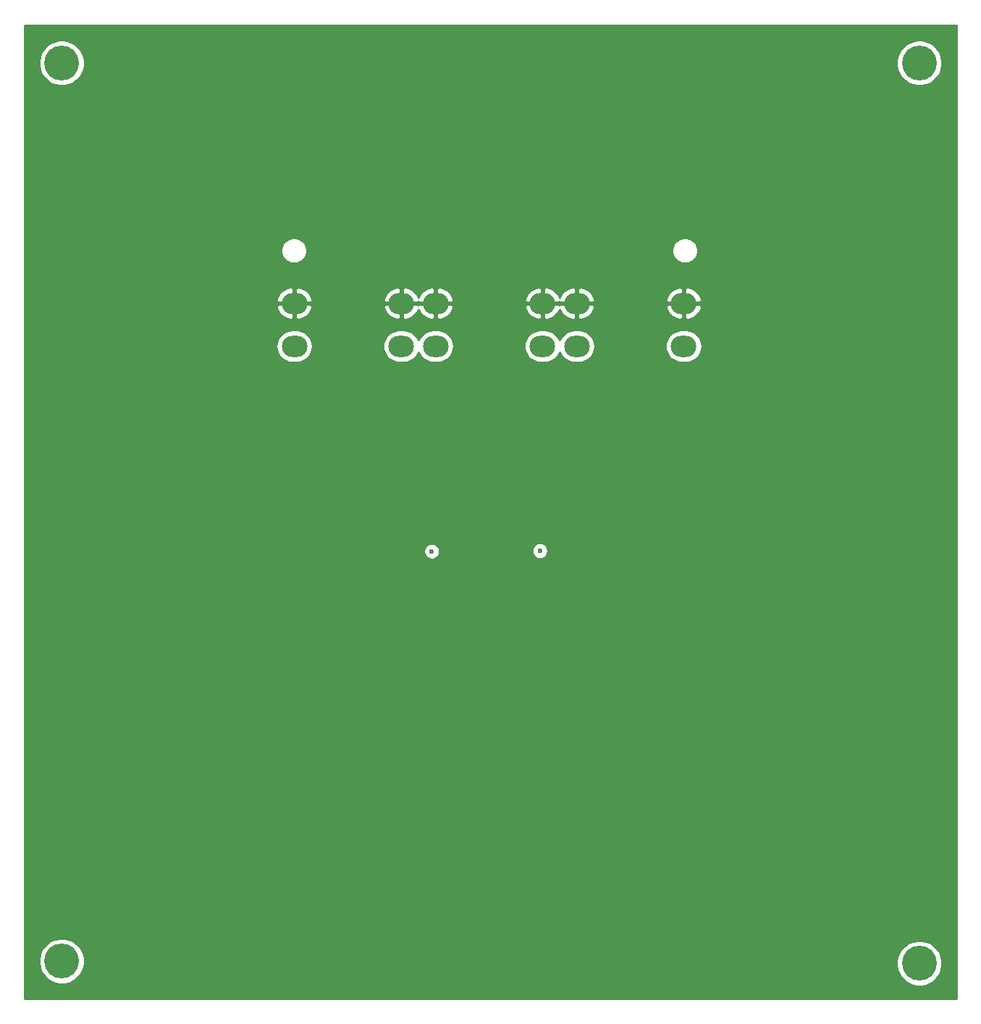
<source format=gbr>
%TF.GenerationSoftware,KiCad,Pcbnew,(5.1.9)-1*%
%TF.CreationDate,2025-05-03T12:54:25-07:00*%
%TF.ProjectId,RADA3K,52414441-334b-42e6-9b69-6361645f7063,rev?*%
%TF.SameCoordinates,Original*%
%TF.FileFunction,Copper,L3,Inr*%
%TF.FilePolarity,Positive*%
%FSLAX46Y46*%
G04 Gerber Fmt 4.6, Leading zero omitted, Abs format (unit mm)*
G04 Created by KiCad (PCBNEW (5.1.9)-1) date 2025-05-03 12:54:25*
%MOMM*%
%LPD*%
G01*
G04 APERTURE LIST*
%TA.AperFunction,ComponentPad*%
%ADD10O,3.000000X2.500000*%
%TD*%
%TA.AperFunction,ComponentPad*%
%ADD11C,4.064000*%
%TD*%
%TA.AperFunction,ViaPad*%
%ADD12C,0.600000*%
%TD*%
%TA.AperFunction,Conductor*%
%ADD13C,0.254000*%
%TD*%
%TA.AperFunction,Conductor*%
%ADD14C,0.100000*%
%TD*%
G04 APERTURE END LIST*
D10*
%TO.N,GND*%
%TO.C,SW3*%
X109505000Y-58400000D03*
%TO.N,/GPIO_1_1*%
X109505000Y-63400000D03*
%TO.N,GND*%
X97005000Y-58400000D03*
%TO.N,/GPIO_1_1*%
X97005000Y-63400000D03*
%TD*%
%TO.N,GND*%
%TO.C,SW1*%
X76485000Y-58400000D03*
%TO.N,/FPGA__RST*%
X76485000Y-63400000D03*
%TO.N,GND*%
X63985000Y-58400000D03*
%TO.N,/FPGA__RST*%
X63985000Y-63400000D03*
%TD*%
%TO.N,GND*%
%TO.C,SW2*%
X92995000Y-58400000D03*
%TO.N,/GPIO_1_3*%
X92995000Y-63400000D03*
%TO.N,GND*%
X80495000Y-58400000D03*
%TO.N,/GPIO_1_3*%
X80495000Y-63400000D03*
%TD*%
D11*
%TO.N,N/C*%
%TO.C,GND*%
X36791900Y-135242300D03*
%TD*%
%TO.N,N/C*%
%TO.C,GND*%
X137063972Y-135496300D03*
%TD*%
%TO.N,N/C*%
%TO.C,GND*%
X36791900Y-30314900D03*
%TD*%
%TO.N,N/C*%
%TO.C,GND*%
X137063972Y-30314900D03*
%TD*%
D12*
%TO.N,GND*%
X86350000Y-87350000D03*
%TO.N,Net-(D1-Pad2)*%
X80050000Y-87350000D03*
%TO.N,Net-(D2-Pad2)*%
X92700000Y-87300000D03*
%TD*%
D13*
%TO.N,GND*%
X141433972Y-139612300D02*
X32421900Y-139612300D01*
X32421900Y-134979623D01*
X34124900Y-134979623D01*
X34124900Y-135504977D01*
X34227392Y-136020235D01*
X34428436Y-136505598D01*
X34720306Y-136942413D01*
X35091787Y-137313894D01*
X35528602Y-137605764D01*
X36013965Y-137806808D01*
X36529223Y-137909300D01*
X37054577Y-137909300D01*
X37569835Y-137806808D01*
X38055198Y-137605764D01*
X38492013Y-137313894D01*
X38863494Y-136942413D01*
X39155364Y-136505598D01*
X39356408Y-136020235D01*
X39458900Y-135504977D01*
X39458900Y-135233623D01*
X134396972Y-135233623D01*
X134396972Y-135758977D01*
X134499464Y-136274235D01*
X134700508Y-136759598D01*
X134992378Y-137196413D01*
X135363859Y-137567894D01*
X135800674Y-137859764D01*
X136286037Y-138060808D01*
X136801295Y-138163300D01*
X137326649Y-138163300D01*
X137841907Y-138060808D01*
X138327270Y-137859764D01*
X138764085Y-137567894D01*
X139135566Y-137196413D01*
X139427436Y-136759598D01*
X139628480Y-136274235D01*
X139730972Y-135758977D01*
X139730972Y-135233623D01*
X139628480Y-134718365D01*
X139427436Y-134233002D01*
X139135566Y-133796187D01*
X138764085Y-133424706D01*
X138327270Y-133132836D01*
X137841907Y-132931792D01*
X137326649Y-132829300D01*
X136801295Y-132829300D01*
X136286037Y-132931792D01*
X135800674Y-133132836D01*
X135363859Y-133424706D01*
X134992378Y-133796187D01*
X134700508Y-134233002D01*
X134499464Y-134718365D01*
X134396972Y-135233623D01*
X39458900Y-135233623D01*
X39458900Y-134979623D01*
X39356408Y-134464365D01*
X39155364Y-133979002D01*
X38863494Y-133542187D01*
X38492013Y-133170706D01*
X38055198Y-132878836D01*
X37569835Y-132677792D01*
X37054577Y-132575300D01*
X36529223Y-132575300D01*
X36013965Y-132677792D01*
X35528602Y-132878836D01*
X35091787Y-133170706D01*
X34720306Y-133542187D01*
X34428436Y-133979002D01*
X34227392Y-134464365D01*
X34124900Y-134979623D01*
X32421900Y-134979623D01*
X32421900Y-87257911D01*
X79115000Y-87257911D01*
X79115000Y-87442089D01*
X79150932Y-87622729D01*
X79221414Y-87792889D01*
X79323738Y-87946028D01*
X79453972Y-88076262D01*
X79607111Y-88178586D01*
X79777271Y-88249068D01*
X79957911Y-88285000D01*
X80142089Y-88285000D01*
X80322729Y-88249068D01*
X80492889Y-88178586D01*
X80646028Y-88076262D01*
X80776262Y-87946028D01*
X80878586Y-87792889D01*
X80949068Y-87622729D01*
X80985000Y-87442089D01*
X80985000Y-87257911D01*
X80975055Y-87207911D01*
X91765000Y-87207911D01*
X91765000Y-87392089D01*
X91800932Y-87572729D01*
X91871414Y-87742889D01*
X91973738Y-87896028D01*
X92103972Y-88026262D01*
X92257111Y-88128586D01*
X92427271Y-88199068D01*
X92607911Y-88235000D01*
X92792089Y-88235000D01*
X92972729Y-88199068D01*
X93142889Y-88128586D01*
X93296028Y-88026262D01*
X93426262Y-87896028D01*
X93528586Y-87742889D01*
X93599068Y-87572729D01*
X93635000Y-87392089D01*
X93635000Y-87207911D01*
X93599068Y-87027271D01*
X93528586Y-86857111D01*
X93426262Y-86703972D01*
X93296028Y-86573738D01*
X93142889Y-86471414D01*
X92972729Y-86400932D01*
X92792089Y-86365000D01*
X92607911Y-86365000D01*
X92427271Y-86400932D01*
X92257111Y-86471414D01*
X92103972Y-86573738D01*
X91973738Y-86703972D01*
X91871414Y-86857111D01*
X91800932Y-87027271D01*
X91765000Y-87207911D01*
X80975055Y-87207911D01*
X80949068Y-87077271D01*
X80878586Y-86907111D01*
X80776262Y-86753972D01*
X80646028Y-86623738D01*
X80492889Y-86521414D01*
X80322729Y-86450932D01*
X80142089Y-86415000D01*
X79957911Y-86415000D01*
X79777271Y-86450932D01*
X79607111Y-86521414D01*
X79453972Y-86623738D01*
X79323738Y-86753972D01*
X79221414Y-86907111D01*
X79150932Y-87077271D01*
X79115000Y-87257911D01*
X32421900Y-87257911D01*
X32421900Y-63400000D01*
X61840880Y-63400000D01*
X61877275Y-63769524D01*
X61985061Y-64124848D01*
X62160097Y-64452317D01*
X62395655Y-64739345D01*
X62682683Y-64974903D01*
X63010152Y-65149939D01*
X63365476Y-65257725D01*
X63642403Y-65285000D01*
X64327597Y-65285000D01*
X64604524Y-65257725D01*
X64959848Y-65149939D01*
X65287317Y-64974903D01*
X65574345Y-64739345D01*
X65809903Y-64452317D01*
X65984939Y-64124848D01*
X66092725Y-63769524D01*
X66129120Y-63400000D01*
X74340880Y-63400000D01*
X74377275Y-63769524D01*
X74485061Y-64124848D01*
X74660097Y-64452317D01*
X74895655Y-64739345D01*
X75182683Y-64974903D01*
X75510152Y-65149939D01*
X75865476Y-65257725D01*
X76142403Y-65285000D01*
X76827597Y-65285000D01*
X77104524Y-65257725D01*
X77459848Y-65149939D01*
X77787317Y-64974903D01*
X78074345Y-64739345D01*
X78309903Y-64452317D01*
X78484939Y-64124848D01*
X78490000Y-64108164D01*
X78495061Y-64124848D01*
X78670097Y-64452317D01*
X78905655Y-64739345D01*
X79192683Y-64974903D01*
X79520152Y-65149939D01*
X79875476Y-65257725D01*
X80152403Y-65285000D01*
X80837597Y-65285000D01*
X81114524Y-65257725D01*
X81469848Y-65149939D01*
X81797317Y-64974903D01*
X82084345Y-64739345D01*
X82319903Y-64452317D01*
X82494939Y-64124848D01*
X82602725Y-63769524D01*
X82639120Y-63400000D01*
X90850880Y-63400000D01*
X90887275Y-63769524D01*
X90995061Y-64124848D01*
X91170097Y-64452317D01*
X91405655Y-64739345D01*
X91692683Y-64974903D01*
X92020152Y-65149939D01*
X92375476Y-65257725D01*
X92652403Y-65285000D01*
X93337597Y-65285000D01*
X93614524Y-65257725D01*
X93969848Y-65149939D01*
X94297317Y-64974903D01*
X94584345Y-64739345D01*
X94819903Y-64452317D01*
X94994939Y-64124848D01*
X95000000Y-64108164D01*
X95005061Y-64124848D01*
X95180097Y-64452317D01*
X95415655Y-64739345D01*
X95702683Y-64974903D01*
X96030152Y-65149939D01*
X96385476Y-65257725D01*
X96662403Y-65285000D01*
X97347597Y-65285000D01*
X97624524Y-65257725D01*
X97979848Y-65149939D01*
X98307317Y-64974903D01*
X98594345Y-64739345D01*
X98829903Y-64452317D01*
X99004939Y-64124848D01*
X99112725Y-63769524D01*
X99149120Y-63400000D01*
X107360880Y-63400000D01*
X107397275Y-63769524D01*
X107505061Y-64124848D01*
X107680097Y-64452317D01*
X107915655Y-64739345D01*
X108202683Y-64974903D01*
X108530152Y-65149939D01*
X108885476Y-65257725D01*
X109162403Y-65285000D01*
X109847597Y-65285000D01*
X110124524Y-65257725D01*
X110479848Y-65149939D01*
X110807317Y-64974903D01*
X111094345Y-64739345D01*
X111329903Y-64452317D01*
X111504939Y-64124848D01*
X111612725Y-63769524D01*
X111649120Y-63400000D01*
X111612725Y-63030476D01*
X111504939Y-62675152D01*
X111329903Y-62347683D01*
X111094345Y-62060655D01*
X110807317Y-61825097D01*
X110479848Y-61650061D01*
X110124524Y-61542275D01*
X109847597Y-61515000D01*
X109162403Y-61515000D01*
X108885476Y-61542275D01*
X108530152Y-61650061D01*
X108202683Y-61825097D01*
X107915655Y-62060655D01*
X107680097Y-62347683D01*
X107505061Y-62675152D01*
X107397275Y-63030476D01*
X107360880Y-63400000D01*
X99149120Y-63400000D01*
X99112725Y-63030476D01*
X99004939Y-62675152D01*
X98829903Y-62347683D01*
X98594345Y-62060655D01*
X98307317Y-61825097D01*
X97979848Y-61650061D01*
X97624524Y-61542275D01*
X97347597Y-61515000D01*
X96662403Y-61515000D01*
X96385476Y-61542275D01*
X96030152Y-61650061D01*
X95702683Y-61825097D01*
X95415655Y-62060655D01*
X95180097Y-62347683D01*
X95005061Y-62675152D01*
X95000000Y-62691836D01*
X94994939Y-62675152D01*
X94819903Y-62347683D01*
X94584345Y-62060655D01*
X94297317Y-61825097D01*
X93969848Y-61650061D01*
X93614524Y-61542275D01*
X93337597Y-61515000D01*
X92652403Y-61515000D01*
X92375476Y-61542275D01*
X92020152Y-61650061D01*
X91692683Y-61825097D01*
X91405655Y-62060655D01*
X91170097Y-62347683D01*
X90995061Y-62675152D01*
X90887275Y-63030476D01*
X90850880Y-63400000D01*
X82639120Y-63400000D01*
X82602725Y-63030476D01*
X82494939Y-62675152D01*
X82319903Y-62347683D01*
X82084345Y-62060655D01*
X81797317Y-61825097D01*
X81469848Y-61650061D01*
X81114524Y-61542275D01*
X80837597Y-61515000D01*
X80152403Y-61515000D01*
X79875476Y-61542275D01*
X79520152Y-61650061D01*
X79192683Y-61825097D01*
X78905655Y-62060655D01*
X78670097Y-62347683D01*
X78495061Y-62675152D01*
X78490000Y-62691836D01*
X78484939Y-62675152D01*
X78309903Y-62347683D01*
X78074345Y-62060655D01*
X77787317Y-61825097D01*
X77459848Y-61650061D01*
X77104524Y-61542275D01*
X76827597Y-61515000D01*
X76142403Y-61515000D01*
X75865476Y-61542275D01*
X75510152Y-61650061D01*
X75182683Y-61825097D01*
X74895655Y-62060655D01*
X74660097Y-62347683D01*
X74485061Y-62675152D01*
X74377275Y-63030476D01*
X74340880Y-63400000D01*
X66129120Y-63400000D01*
X66092725Y-63030476D01*
X65984939Y-62675152D01*
X65809903Y-62347683D01*
X65574345Y-62060655D01*
X65287317Y-61825097D01*
X64959848Y-61650061D01*
X64604524Y-61542275D01*
X64327597Y-61515000D01*
X63642403Y-61515000D01*
X63365476Y-61542275D01*
X63010152Y-61650061D01*
X62682683Y-61825097D01*
X62395655Y-62060655D01*
X62160097Y-62347683D01*
X61985061Y-62675152D01*
X61877275Y-63030476D01*
X61840880Y-63400000D01*
X32421900Y-63400000D01*
X32421900Y-58819645D01*
X61897305Y-58819645D01*
X61926777Y-58960611D01*
X62070891Y-59302606D01*
X62278956Y-59609914D01*
X62542976Y-59870726D01*
X62852805Y-60075019D01*
X63196536Y-60214942D01*
X63560960Y-60285118D01*
X63858000Y-60130385D01*
X63858000Y-58527000D01*
X64112000Y-58527000D01*
X64112000Y-60130385D01*
X64409040Y-60285118D01*
X64773464Y-60214942D01*
X65117195Y-60075019D01*
X65427024Y-59870726D01*
X65691044Y-59609914D01*
X65899109Y-59302606D01*
X66043223Y-58960611D01*
X66072695Y-58819645D01*
X74397305Y-58819645D01*
X74426777Y-58960611D01*
X74570891Y-59302606D01*
X74778956Y-59609914D01*
X75042976Y-59870726D01*
X75352805Y-60075019D01*
X75696536Y-60214942D01*
X76060960Y-60285118D01*
X76358000Y-60130385D01*
X76358000Y-58527000D01*
X76612000Y-58527000D01*
X76612000Y-60130385D01*
X76909040Y-60285118D01*
X77273464Y-60214942D01*
X77617195Y-60075019D01*
X77927024Y-59870726D01*
X78191044Y-59609914D01*
X78399109Y-59302606D01*
X78490000Y-59086914D01*
X78580891Y-59302606D01*
X78788956Y-59609914D01*
X79052976Y-59870726D01*
X79362805Y-60075019D01*
X79706536Y-60214942D01*
X80070960Y-60285118D01*
X80368000Y-60130385D01*
X80368000Y-58527000D01*
X80622000Y-58527000D01*
X80622000Y-60130385D01*
X80919040Y-60285118D01*
X81283464Y-60214942D01*
X81627195Y-60075019D01*
X81937024Y-59870726D01*
X82201044Y-59609914D01*
X82409109Y-59302606D01*
X82553223Y-58960611D01*
X82582695Y-58819645D01*
X90907305Y-58819645D01*
X90936777Y-58960611D01*
X91080891Y-59302606D01*
X91288956Y-59609914D01*
X91552976Y-59870726D01*
X91862805Y-60075019D01*
X92206536Y-60214942D01*
X92570960Y-60285118D01*
X92868000Y-60130385D01*
X92868000Y-58527000D01*
X93122000Y-58527000D01*
X93122000Y-60130385D01*
X93419040Y-60285118D01*
X93783464Y-60214942D01*
X94127195Y-60075019D01*
X94437024Y-59870726D01*
X94701044Y-59609914D01*
X94909109Y-59302606D01*
X95000000Y-59086914D01*
X95090891Y-59302606D01*
X95298956Y-59609914D01*
X95562976Y-59870726D01*
X95872805Y-60075019D01*
X96216536Y-60214942D01*
X96580960Y-60285118D01*
X96878000Y-60130385D01*
X96878000Y-58527000D01*
X97132000Y-58527000D01*
X97132000Y-60130385D01*
X97429040Y-60285118D01*
X97793464Y-60214942D01*
X98137195Y-60075019D01*
X98447024Y-59870726D01*
X98711044Y-59609914D01*
X98919109Y-59302606D01*
X99063223Y-58960611D01*
X99092695Y-58819645D01*
X107417305Y-58819645D01*
X107446777Y-58960611D01*
X107590891Y-59302606D01*
X107798956Y-59609914D01*
X108062976Y-59870726D01*
X108372805Y-60075019D01*
X108716536Y-60214942D01*
X109080960Y-60285118D01*
X109378000Y-60130385D01*
X109378000Y-58527000D01*
X109632000Y-58527000D01*
X109632000Y-60130385D01*
X109929040Y-60285118D01*
X110293464Y-60214942D01*
X110637195Y-60075019D01*
X110947024Y-59870726D01*
X111211044Y-59609914D01*
X111419109Y-59302606D01*
X111563223Y-58960611D01*
X111592695Y-58819645D01*
X111476572Y-58527000D01*
X109632000Y-58527000D01*
X109378000Y-58527000D01*
X107533428Y-58527000D01*
X107417305Y-58819645D01*
X99092695Y-58819645D01*
X98976572Y-58527000D01*
X97132000Y-58527000D01*
X96878000Y-58527000D01*
X95033428Y-58527000D01*
X95000000Y-58611243D01*
X94966572Y-58527000D01*
X93122000Y-58527000D01*
X92868000Y-58527000D01*
X91023428Y-58527000D01*
X90907305Y-58819645D01*
X82582695Y-58819645D01*
X82466572Y-58527000D01*
X80622000Y-58527000D01*
X80368000Y-58527000D01*
X78523428Y-58527000D01*
X78490000Y-58611243D01*
X78456572Y-58527000D01*
X76612000Y-58527000D01*
X76358000Y-58527000D01*
X74513428Y-58527000D01*
X74397305Y-58819645D01*
X66072695Y-58819645D01*
X65956572Y-58527000D01*
X64112000Y-58527000D01*
X63858000Y-58527000D01*
X62013428Y-58527000D01*
X61897305Y-58819645D01*
X32421900Y-58819645D01*
X32421900Y-57980355D01*
X61897305Y-57980355D01*
X62013428Y-58273000D01*
X63858000Y-58273000D01*
X63858000Y-56669615D01*
X64112000Y-56669615D01*
X64112000Y-58273000D01*
X65956572Y-58273000D01*
X66072695Y-57980355D01*
X74397305Y-57980355D01*
X74513428Y-58273000D01*
X76358000Y-58273000D01*
X76358000Y-56669615D01*
X76612000Y-56669615D01*
X76612000Y-58273000D01*
X78456572Y-58273000D01*
X78490000Y-58188757D01*
X78523428Y-58273000D01*
X80368000Y-58273000D01*
X80368000Y-56669615D01*
X80622000Y-56669615D01*
X80622000Y-58273000D01*
X82466572Y-58273000D01*
X82582695Y-57980355D01*
X90907305Y-57980355D01*
X91023428Y-58273000D01*
X92868000Y-58273000D01*
X92868000Y-56669615D01*
X93122000Y-56669615D01*
X93122000Y-58273000D01*
X94966572Y-58273000D01*
X95000000Y-58188757D01*
X95033428Y-58273000D01*
X96878000Y-58273000D01*
X96878000Y-56669615D01*
X97132000Y-56669615D01*
X97132000Y-58273000D01*
X98976572Y-58273000D01*
X99092695Y-57980355D01*
X107417305Y-57980355D01*
X107533428Y-58273000D01*
X109378000Y-58273000D01*
X109378000Y-56669615D01*
X109632000Y-56669615D01*
X109632000Y-58273000D01*
X111476572Y-58273000D01*
X111592695Y-57980355D01*
X111563223Y-57839389D01*
X111419109Y-57497394D01*
X111211044Y-57190086D01*
X110947024Y-56929274D01*
X110637195Y-56724981D01*
X110293464Y-56585058D01*
X109929040Y-56514882D01*
X109632000Y-56669615D01*
X109378000Y-56669615D01*
X109080960Y-56514882D01*
X108716536Y-56585058D01*
X108372805Y-56724981D01*
X108062976Y-56929274D01*
X107798956Y-57190086D01*
X107590891Y-57497394D01*
X107446777Y-57839389D01*
X107417305Y-57980355D01*
X99092695Y-57980355D01*
X99063223Y-57839389D01*
X98919109Y-57497394D01*
X98711044Y-57190086D01*
X98447024Y-56929274D01*
X98137195Y-56724981D01*
X97793464Y-56585058D01*
X97429040Y-56514882D01*
X97132000Y-56669615D01*
X96878000Y-56669615D01*
X96580960Y-56514882D01*
X96216536Y-56585058D01*
X95872805Y-56724981D01*
X95562976Y-56929274D01*
X95298956Y-57190086D01*
X95090891Y-57497394D01*
X95000000Y-57713086D01*
X94909109Y-57497394D01*
X94701044Y-57190086D01*
X94437024Y-56929274D01*
X94127195Y-56724981D01*
X93783464Y-56585058D01*
X93419040Y-56514882D01*
X93122000Y-56669615D01*
X92868000Y-56669615D01*
X92570960Y-56514882D01*
X92206536Y-56585058D01*
X91862805Y-56724981D01*
X91552976Y-56929274D01*
X91288956Y-57190086D01*
X91080891Y-57497394D01*
X90936777Y-57839389D01*
X90907305Y-57980355D01*
X82582695Y-57980355D01*
X82553223Y-57839389D01*
X82409109Y-57497394D01*
X82201044Y-57190086D01*
X81937024Y-56929274D01*
X81627195Y-56724981D01*
X81283464Y-56585058D01*
X80919040Y-56514882D01*
X80622000Y-56669615D01*
X80368000Y-56669615D01*
X80070960Y-56514882D01*
X79706536Y-56585058D01*
X79362805Y-56724981D01*
X79052976Y-56929274D01*
X78788956Y-57190086D01*
X78580891Y-57497394D01*
X78490000Y-57713086D01*
X78399109Y-57497394D01*
X78191044Y-57190086D01*
X77927024Y-56929274D01*
X77617195Y-56724981D01*
X77273464Y-56585058D01*
X76909040Y-56514882D01*
X76612000Y-56669615D01*
X76358000Y-56669615D01*
X76060960Y-56514882D01*
X75696536Y-56585058D01*
X75352805Y-56724981D01*
X75042976Y-56929274D01*
X74778956Y-57190086D01*
X74570891Y-57497394D01*
X74426777Y-57839389D01*
X74397305Y-57980355D01*
X66072695Y-57980355D01*
X66043223Y-57839389D01*
X65899109Y-57497394D01*
X65691044Y-57190086D01*
X65427024Y-56929274D01*
X65117195Y-56724981D01*
X64773464Y-56585058D01*
X64409040Y-56514882D01*
X64112000Y-56669615D01*
X63858000Y-56669615D01*
X63560960Y-56514882D01*
X63196536Y-56585058D01*
X62852805Y-56724981D01*
X62542976Y-56929274D01*
X62278956Y-57190086D01*
X62070891Y-57497394D01*
X61926777Y-57839389D01*
X61897305Y-57980355D01*
X32421900Y-57980355D01*
X32421900Y-52082263D01*
X62440000Y-52082263D01*
X62440000Y-52377737D01*
X62497644Y-52667534D01*
X62610717Y-52940517D01*
X62774874Y-53186194D01*
X62983806Y-53395126D01*
X63229483Y-53559283D01*
X63502466Y-53672356D01*
X63792263Y-53730000D01*
X64087737Y-53730000D01*
X64377534Y-53672356D01*
X64650517Y-53559283D01*
X64896194Y-53395126D01*
X65105126Y-53186194D01*
X65269283Y-52940517D01*
X65382356Y-52667534D01*
X65440000Y-52377737D01*
X65440000Y-52082263D01*
X108160000Y-52082263D01*
X108160000Y-52377737D01*
X108217644Y-52667534D01*
X108330717Y-52940517D01*
X108494874Y-53186194D01*
X108703806Y-53395126D01*
X108949483Y-53559283D01*
X109222466Y-53672356D01*
X109512263Y-53730000D01*
X109807737Y-53730000D01*
X110097534Y-53672356D01*
X110370517Y-53559283D01*
X110616194Y-53395126D01*
X110825126Y-53186194D01*
X110989283Y-52940517D01*
X111102356Y-52667534D01*
X111160000Y-52377737D01*
X111160000Y-52082263D01*
X111102356Y-51792466D01*
X110989283Y-51519483D01*
X110825126Y-51273806D01*
X110616194Y-51064874D01*
X110370517Y-50900717D01*
X110097534Y-50787644D01*
X109807737Y-50730000D01*
X109512263Y-50730000D01*
X109222466Y-50787644D01*
X108949483Y-50900717D01*
X108703806Y-51064874D01*
X108494874Y-51273806D01*
X108330717Y-51519483D01*
X108217644Y-51792466D01*
X108160000Y-52082263D01*
X65440000Y-52082263D01*
X65382356Y-51792466D01*
X65269283Y-51519483D01*
X65105126Y-51273806D01*
X64896194Y-51064874D01*
X64650517Y-50900717D01*
X64377534Y-50787644D01*
X64087737Y-50730000D01*
X63792263Y-50730000D01*
X63502466Y-50787644D01*
X63229483Y-50900717D01*
X62983806Y-51064874D01*
X62774874Y-51273806D01*
X62610717Y-51519483D01*
X62497644Y-51792466D01*
X62440000Y-52082263D01*
X32421900Y-52082263D01*
X32421900Y-30052223D01*
X34124900Y-30052223D01*
X34124900Y-30577577D01*
X34227392Y-31092835D01*
X34428436Y-31578198D01*
X34720306Y-32015013D01*
X35091787Y-32386494D01*
X35528602Y-32678364D01*
X36013965Y-32879408D01*
X36529223Y-32981900D01*
X37054577Y-32981900D01*
X37569835Y-32879408D01*
X38055198Y-32678364D01*
X38492013Y-32386494D01*
X38863494Y-32015013D01*
X39155364Y-31578198D01*
X39356408Y-31092835D01*
X39458900Y-30577577D01*
X39458900Y-30052223D01*
X134396972Y-30052223D01*
X134396972Y-30577577D01*
X134499464Y-31092835D01*
X134700508Y-31578198D01*
X134992378Y-32015013D01*
X135363859Y-32386494D01*
X135800674Y-32678364D01*
X136286037Y-32879408D01*
X136801295Y-32981900D01*
X137326649Y-32981900D01*
X137841907Y-32879408D01*
X138327270Y-32678364D01*
X138764085Y-32386494D01*
X139135566Y-32015013D01*
X139427436Y-31578198D01*
X139628480Y-31092835D01*
X139730972Y-30577577D01*
X139730972Y-30052223D01*
X139628480Y-29536965D01*
X139427436Y-29051602D01*
X139135566Y-28614787D01*
X138764085Y-28243306D01*
X138327270Y-27951436D01*
X137841907Y-27750392D01*
X137326649Y-27647900D01*
X136801295Y-27647900D01*
X136286037Y-27750392D01*
X135800674Y-27951436D01*
X135363859Y-28243306D01*
X134992378Y-28614787D01*
X134700508Y-29051602D01*
X134499464Y-29536965D01*
X134396972Y-30052223D01*
X39458900Y-30052223D01*
X39356408Y-29536965D01*
X39155364Y-29051602D01*
X38863494Y-28614787D01*
X38492013Y-28243306D01*
X38055198Y-27951436D01*
X37569835Y-27750392D01*
X37054577Y-27647900D01*
X36529223Y-27647900D01*
X36013965Y-27750392D01*
X35528602Y-27951436D01*
X35091787Y-28243306D01*
X34720306Y-28614787D01*
X34428436Y-29051602D01*
X34227392Y-29536965D01*
X34124900Y-30052223D01*
X32421900Y-30052223D01*
X32421900Y-25944900D01*
X141433973Y-25944900D01*
X141433972Y-139612300D01*
%TA.AperFunction,Conductor*%
D14*
G36*
X141433972Y-139612300D02*
G01*
X32421900Y-139612300D01*
X32421900Y-134979623D01*
X34124900Y-134979623D01*
X34124900Y-135504977D01*
X34227392Y-136020235D01*
X34428436Y-136505598D01*
X34720306Y-136942413D01*
X35091787Y-137313894D01*
X35528602Y-137605764D01*
X36013965Y-137806808D01*
X36529223Y-137909300D01*
X37054577Y-137909300D01*
X37569835Y-137806808D01*
X38055198Y-137605764D01*
X38492013Y-137313894D01*
X38863494Y-136942413D01*
X39155364Y-136505598D01*
X39356408Y-136020235D01*
X39458900Y-135504977D01*
X39458900Y-135233623D01*
X134396972Y-135233623D01*
X134396972Y-135758977D01*
X134499464Y-136274235D01*
X134700508Y-136759598D01*
X134992378Y-137196413D01*
X135363859Y-137567894D01*
X135800674Y-137859764D01*
X136286037Y-138060808D01*
X136801295Y-138163300D01*
X137326649Y-138163300D01*
X137841907Y-138060808D01*
X138327270Y-137859764D01*
X138764085Y-137567894D01*
X139135566Y-137196413D01*
X139427436Y-136759598D01*
X139628480Y-136274235D01*
X139730972Y-135758977D01*
X139730972Y-135233623D01*
X139628480Y-134718365D01*
X139427436Y-134233002D01*
X139135566Y-133796187D01*
X138764085Y-133424706D01*
X138327270Y-133132836D01*
X137841907Y-132931792D01*
X137326649Y-132829300D01*
X136801295Y-132829300D01*
X136286037Y-132931792D01*
X135800674Y-133132836D01*
X135363859Y-133424706D01*
X134992378Y-133796187D01*
X134700508Y-134233002D01*
X134499464Y-134718365D01*
X134396972Y-135233623D01*
X39458900Y-135233623D01*
X39458900Y-134979623D01*
X39356408Y-134464365D01*
X39155364Y-133979002D01*
X38863494Y-133542187D01*
X38492013Y-133170706D01*
X38055198Y-132878836D01*
X37569835Y-132677792D01*
X37054577Y-132575300D01*
X36529223Y-132575300D01*
X36013965Y-132677792D01*
X35528602Y-132878836D01*
X35091787Y-133170706D01*
X34720306Y-133542187D01*
X34428436Y-133979002D01*
X34227392Y-134464365D01*
X34124900Y-134979623D01*
X32421900Y-134979623D01*
X32421900Y-87257911D01*
X79115000Y-87257911D01*
X79115000Y-87442089D01*
X79150932Y-87622729D01*
X79221414Y-87792889D01*
X79323738Y-87946028D01*
X79453972Y-88076262D01*
X79607111Y-88178586D01*
X79777271Y-88249068D01*
X79957911Y-88285000D01*
X80142089Y-88285000D01*
X80322729Y-88249068D01*
X80492889Y-88178586D01*
X80646028Y-88076262D01*
X80776262Y-87946028D01*
X80878586Y-87792889D01*
X80949068Y-87622729D01*
X80985000Y-87442089D01*
X80985000Y-87257911D01*
X80975055Y-87207911D01*
X91765000Y-87207911D01*
X91765000Y-87392089D01*
X91800932Y-87572729D01*
X91871414Y-87742889D01*
X91973738Y-87896028D01*
X92103972Y-88026262D01*
X92257111Y-88128586D01*
X92427271Y-88199068D01*
X92607911Y-88235000D01*
X92792089Y-88235000D01*
X92972729Y-88199068D01*
X93142889Y-88128586D01*
X93296028Y-88026262D01*
X93426262Y-87896028D01*
X93528586Y-87742889D01*
X93599068Y-87572729D01*
X93635000Y-87392089D01*
X93635000Y-87207911D01*
X93599068Y-87027271D01*
X93528586Y-86857111D01*
X93426262Y-86703972D01*
X93296028Y-86573738D01*
X93142889Y-86471414D01*
X92972729Y-86400932D01*
X92792089Y-86365000D01*
X92607911Y-86365000D01*
X92427271Y-86400932D01*
X92257111Y-86471414D01*
X92103972Y-86573738D01*
X91973738Y-86703972D01*
X91871414Y-86857111D01*
X91800932Y-87027271D01*
X91765000Y-87207911D01*
X80975055Y-87207911D01*
X80949068Y-87077271D01*
X80878586Y-86907111D01*
X80776262Y-86753972D01*
X80646028Y-86623738D01*
X80492889Y-86521414D01*
X80322729Y-86450932D01*
X80142089Y-86415000D01*
X79957911Y-86415000D01*
X79777271Y-86450932D01*
X79607111Y-86521414D01*
X79453972Y-86623738D01*
X79323738Y-86753972D01*
X79221414Y-86907111D01*
X79150932Y-87077271D01*
X79115000Y-87257911D01*
X32421900Y-87257911D01*
X32421900Y-63400000D01*
X61840880Y-63400000D01*
X61877275Y-63769524D01*
X61985061Y-64124848D01*
X62160097Y-64452317D01*
X62395655Y-64739345D01*
X62682683Y-64974903D01*
X63010152Y-65149939D01*
X63365476Y-65257725D01*
X63642403Y-65285000D01*
X64327597Y-65285000D01*
X64604524Y-65257725D01*
X64959848Y-65149939D01*
X65287317Y-64974903D01*
X65574345Y-64739345D01*
X65809903Y-64452317D01*
X65984939Y-64124848D01*
X66092725Y-63769524D01*
X66129120Y-63400000D01*
X74340880Y-63400000D01*
X74377275Y-63769524D01*
X74485061Y-64124848D01*
X74660097Y-64452317D01*
X74895655Y-64739345D01*
X75182683Y-64974903D01*
X75510152Y-65149939D01*
X75865476Y-65257725D01*
X76142403Y-65285000D01*
X76827597Y-65285000D01*
X77104524Y-65257725D01*
X77459848Y-65149939D01*
X77787317Y-64974903D01*
X78074345Y-64739345D01*
X78309903Y-64452317D01*
X78484939Y-64124848D01*
X78490000Y-64108164D01*
X78495061Y-64124848D01*
X78670097Y-64452317D01*
X78905655Y-64739345D01*
X79192683Y-64974903D01*
X79520152Y-65149939D01*
X79875476Y-65257725D01*
X80152403Y-65285000D01*
X80837597Y-65285000D01*
X81114524Y-65257725D01*
X81469848Y-65149939D01*
X81797317Y-64974903D01*
X82084345Y-64739345D01*
X82319903Y-64452317D01*
X82494939Y-64124848D01*
X82602725Y-63769524D01*
X82639120Y-63400000D01*
X90850880Y-63400000D01*
X90887275Y-63769524D01*
X90995061Y-64124848D01*
X91170097Y-64452317D01*
X91405655Y-64739345D01*
X91692683Y-64974903D01*
X92020152Y-65149939D01*
X92375476Y-65257725D01*
X92652403Y-65285000D01*
X93337597Y-65285000D01*
X93614524Y-65257725D01*
X93969848Y-65149939D01*
X94297317Y-64974903D01*
X94584345Y-64739345D01*
X94819903Y-64452317D01*
X94994939Y-64124848D01*
X95000000Y-64108164D01*
X95005061Y-64124848D01*
X95180097Y-64452317D01*
X95415655Y-64739345D01*
X95702683Y-64974903D01*
X96030152Y-65149939D01*
X96385476Y-65257725D01*
X96662403Y-65285000D01*
X97347597Y-65285000D01*
X97624524Y-65257725D01*
X97979848Y-65149939D01*
X98307317Y-64974903D01*
X98594345Y-64739345D01*
X98829903Y-64452317D01*
X99004939Y-64124848D01*
X99112725Y-63769524D01*
X99149120Y-63400000D01*
X107360880Y-63400000D01*
X107397275Y-63769524D01*
X107505061Y-64124848D01*
X107680097Y-64452317D01*
X107915655Y-64739345D01*
X108202683Y-64974903D01*
X108530152Y-65149939D01*
X108885476Y-65257725D01*
X109162403Y-65285000D01*
X109847597Y-65285000D01*
X110124524Y-65257725D01*
X110479848Y-65149939D01*
X110807317Y-64974903D01*
X111094345Y-64739345D01*
X111329903Y-64452317D01*
X111504939Y-64124848D01*
X111612725Y-63769524D01*
X111649120Y-63400000D01*
X111612725Y-63030476D01*
X111504939Y-62675152D01*
X111329903Y-62347683D01*
X111094345Y-62060655D01*
X110807317Y-61825097D01*
X110479848Y-61650061D01*
X110124524Y-61542275D01*
X109847597Y-61515000D01*
X109162403Y-61515000D01*
X108885476Y-61542275D01*
X108530152Y-61650061D01*
X108202683Y-61825097D01*
X107915655Y-62060655D01*
X107680097Y-62347683D01*
X107505061Y-62675152D01*
X107397275Y-63030476D01*
X107360880Y-63400000D01*
X99149120Y-63400000D01*
X99112725Y-63030476D01*
X99004939Y-62675152D01*
X98829903Y-62347683D01*
X98594345Y-62060655D01*
X98307317Y-61825097D01*
X97979848Y-61650061D01*
X97624524Y-61542275D01*
X97347597Y-61515000D01*
X96662403Y-61515000D01*
X96385476Y-61542275D01*
X96030152Y-61650061D01*
X95702683Y-61825097D01*
X95415655Y-62060655D01*
X95180097Y-62347683D01*
X95005061Y-62675152D01*
X95000000Y-62691836D01*
X94994939Y-62675152D01*
X94819903Y-62347683D01*
X94584345Y-62060655D01*
X94297317Y-61825097D01*
X93969848Y-61650061D01*
X93614524Y-61542275D01*
X93337597Y-61515000D01*
X92652403Y-61515000D01*
X92375476Y-61542275D01*
X92020152Y-61650061D01*
X91692683Y-61825097D01*
X91405655Y-62060655D01*
X91170097Y-62347683D01*
X90995061Y-62675152D01*
X90887275Y-63030476D01*
X90850880Y-63400000D01*
X82639120Y-63400000D01*
X82602725Y-63030476D01*
X82494939Y-62675152D01*
X82319903Y-62347683D01*
X82084345Y-62060655D01*
X81797317Y-61825097D01*
X81469848Y-61650061D01*
X81114524Y-61542275D01*
X80837597Y-61515000D01*
X80152403Y-61515000D01*
X79875476Y-61542275D01*
X79520152Y-61650061D01*
X79192683Y-61825097D01*
X78905655Y-62060655D01*
X78670097Y-62347683D01*
X78495061Y-62675152D01*
X78490000Y-62691836D01*
X78484939Y-62675152D01*
X78309903Y-62347683D01*
X78074345Y-62060655D01*
X77787317Y-61825097D01*
X77459848Y-61650061D01*
X77104524Y-61542275D01*
X76827597Y-61515000D01*
X76142403Y-61515000D01*
X75865476Y-61542275D01*
X75510152Y-61650061D01*
X75182683Y-61825097D01*
X74895655Y-62060655D01*
X74660097Y-62347683D01*
X74485061Y-62675152D01*
X74377275Y-63030476D01*
X74340880Y-63400000D01*
X66129120Y-63400000D01*
X66092725Y-63030476D01*
X65984939Y-62675152D01*
X65809903Y-62347683D01*
X65574345Y-62060655D01*
X65287317Y-61825097D01*
X64959848Y-61650061D01*
X64604524Y-61542275D01*
X64327597Y-61515000D01*
X63642403Y-61515000D01*
X63365476Y-61542275D01*
X63010152Y-61650061D01*
X62682683Y-61825097D01*
X62395655Y-62060655D01*
X62160097Y-62347683D01*
X61985061Y-62675152D01*
X61877275Y-63030476D01*
X61840880Y-63400000D01*
X32421900Y-63400000D01*
X32421900Y-58819645D01*
X61897305Y-58819645D01*
X61926777Y-58960611D01*
X62070891Y-59302606D01*
X62278956Y-59609914D01*
X62542976Y-59870726D01*
X62852805Y-60075019D01*
X63196536Y-60214942D01*
X63560960Y-60285118D01*
X63858000Y-60130385D01*
X63858000Y-58527000D01*
X64112000Y-58527000D01*
X64112000Y-60130385D01*
X64409040Y-60285118D01*
X64773464Y-60214942D01*
X65117195Y-60075019D01*
X65427024Y-59870726D01*
X65691044Y-59609914D01*
X65899109Y-59302606D01*
X66043223Y-58960611D01*
X66072695Y-58819645D01*
X74397305Y-58819645D01*
X74426777Y-58960611D01*
X74570891Y-59302606D01*
X74778956Y-59609914D01*
X75042976Y-59870726D01*
X75352805Y-60075019D01*
X75696536Y-60214942D01*
X76060960Y-60285118D01*
X76358000Y-60130385D01*
X76358000Y-58527000D01*
X76612000Y-58527000D01*
X76612000Y-60130385D01*
X76909040Y-60285118D01*
X77273464Y-60214942D01*
X77617195Y-60075019D01*
X77927024Y-59870726D01*
X78191044Y-59609914D01*
X78399109Y-59302606D01*
X78490000Y-59086914D01*
X78580891Y-59302606D01*
X78788956Y-59609914D01*
X79052976Y-59870726D01*
X79362805Y-60075019D01*
X79706536Y-60214942D01*
X80070960Y-60285118D01*
X80368000Y-60130385D01*
X80368000Y-58527000D01*
X80622000Y-58527000D01*
X80622000Y-60130385D01*
X80919040Y-60285118D01*
X81283464Y-60214942D01*
X81627195Y-60075019D01*
X81937024Y-59870726D01*
X82201044Y-59609914D01*
X82409109Y-59302606D01*
X82553223Y-58960611D01*
X82582695Y-58819645D01*
X90907305Y-58819645D01*
X90936777Y-58960611D01*
X91080891Y-59302606D01*
X91288956Y-59609914D01*
X91552976Y-59870726D01*
X91862805Y-60075019D01*
X92206536Y-60214942D01*
X92570960Y-60285118D01*
X92868000Y-60130385D01*
X92868000Y-58527000D01*
X93122000Y-58527000D01*
X93122000Y-60130385D01*
X93419040Y-60285118D01*
X93783464Y-60214942D01*
X94127195Y-60075019D01*
X94437024Y-59870726D01*
X94701044Y-59609914D01*
X94909109Y-59302606D01*
X95000000Y-59086914D01*
X95090891Y-59302606D01*
X95298956Y-59609914D01*
X95562976Y-59870726D01*
X95872805Y-60075019D01*
X96216536Y-60214942D01*
X96580960Y-60285118D01*
X96878000Y-60130385D01*
X96878000Y-58527000D01*
X97132000Y-58527000D01*
X97132000Y-60130385D01*
X97429040Y-60285118D01*
X97793464Y-60214942D01*
X98137195Y-60075019D01*
X98447024Y-59870726D01*
X98711044Y-59609914D01*
X98919109Y-59302606D01*
X99063223Y-58960611D01*
X99092695Y-58819645D01*
X107417305Y-58819645D01*
X107446777Y-58960611D01*
X107590891Y-59302606D01*
X107798956Y-59609914D01*
X108062976Y-59870726D01*
X108372805Y-60075019D01*
X108716536Y-60214942D01*
X109080960Y-60285118D01*
X109378000Y-60130385D01*
X109378000Y-58527000D01*
X109632000Y-58527000D01*
X109632000Y-60130385D01*
X109929040Y-60285118D01*
X110293464Y-60214942D01*
X110637195Y-60075019D01*
X110947024Y-59870726D01*
X111211044Y-59609914D01*
X111419109Y-59302606D01*
X111563223Y-58960611D01*
X111592695Y-58819645D01*
X111476572Y-58527000D01*
X109632000Y-58527000D01*
X109378000Y-58527000D01*
X107533428Y-58527000D01*
X107417305Y-58819645D01*
X99092695Y-58819645D01*
X98976572Y-58527000D01*
X97132000Y-58527000D01*
X96878000Y-58527000D01*
X95033428Y-58527000D01*
X95000000Y-58611243D01*
X94966572Y-58527000D01*
X93122000Y-58527000D01*
X92868000Y-58527000D01*
X91023428Y-58527000D01*
X90907305Y-58819645D01*
X82582695Y-58819645D01*
X82466572Y-58527000D01*
X80622000Y-58527000D01*
X80368000Y-58527000D01*
X78523428Y-58527000D01*
X78490000Y-58611243D01*
X78456572Y-58527000D01*
X76612000Y-58527000D01*
X76358000Y-58527000D01*
X74513428Y-58527000D01*
X74397305Y-58819645D01*
X66072695Y-58819645D01*
X65956572Y-58527000D01*
X64112000Y-58527000D01*
X63858000Y-58527000D01*
X62013428Y-58527000D01*
X61897305Y-58819645D01*
X32421900Y-58819645D01*
X32421900Y-57980355D01*
X61897305Y-57980355D01*
X62013428Y-58273000D01*
X63858000Y-58273000D01*
X63858000Y-56669615D01*
X64112000Y-56669615D01*
X64112000Y-58273000D01*
X65956572Y-58273000D01*
X66072695Y-57980355D01*
X74397305Y-57980355D01*
X74513428Y-58273000D01*
X76358000Y-58273000D01*
X76358000Y-56669615D01*
X76612000Y-56669615D01*
X76612000Y-58273000D01*
X78456572Y-58273000D01*
X78490000Y-58188757D01*
X78523428Y-58273000D01*
X80368000Y-58273000D01*
X80368000Y-56669615D01*
X80622000Y-56669615D01*
X80622000Y-58273000D01*
X82466572Y-58273000D01*
X82582695Y-57980355D01*
X90907305Y-57980355D01*
X91023428Y-58273000D01*
X92868000Y-58273000D01*
X92868000Y-56669615D01*
X93122000Y-56669615D01*
X93122000Y-58273000D01*
X94966572Y-58273000D01*
X95000000Y-58188757D01*
X95033428Y-58273000D01*
X96878000Y-58273000D01*
X96878000Y-56669615D01*
X97132000Y-56669615D01*
X97132000Y-58273000D01*
X98976572Y-58273000D01*
X99092695Y-57980355D01*
X107417305Y-57980355D01*
X107533428Y-58273000D01*
X109378000Y-58273000D01*
X109378000Y-56669615D01*
X109632000Y-56669615D01*
X109632000Y-58273000D01*
X111476572Y-58273000D01*
X111592695Y-57980355D01*
X111563223Y-57839389D01*
X111419109Y-57497394D01*
X111211044Y-57190086D01*
X110947024Y-56929274D01*
X110637195Y-56724981D01*
X110293464Y-56585058D01*
X109929040Y-56514882D01*
X109632000Y-56669615D01*
X109378000Y-56669615D01*
X109080960Y-56514882D01*
X108716536Y-56585058D01*
X108372805Y-56724981D01*
X108062976Y-56929274D01*
X107798956Y-57190086D01*
X107590891Y-57497394D01*
X107446777Y-57839389D01*
X107417305Y-57980355D01*
X99092695Y-57980355D01*
X99063223Y-57839389D01*
X98919109Y-57497394D01*
X98711044Y-57190086D01*
X98447024Y-56929274D01*
X98137195Y-56724981D01*
X97793464Y-56585058D01*
X97429040Y-56514882D01*
X97132000Y-56669615D01*
X96878000Y-56669615D01*
X96580960Y-56514882D01*
X96216536Y-56585058D01*
X95872805Y-56724981D01*
X95562976Y-56929274D01*
X95298956Y-57190086D01*
X95090891Y-57497394D01*
X95000000Y-57713086D01*
X94909109Y-57497394D01*
X94701044Y-57190086D01*
X94437024Y-56929274D01*
X94127195Y-56724981D01*
X93783464Y-56585058D01*
X93419040Y-56514882D01*
X93122000Y-56669615D01*
X92868000Y-56669615D01*
X92570960Y-56514882D01*
X92206536Y-56585058D01*
X91862805Y-56724981D01*
X91552976Y-56929274D01*
X91288956Y-57190086D01*
X91080891Y-57497394D01*
X90936777Y-57839389D01*
X90907305Y-57980355D01*
X82582695Y-57980355D01*
X82553223Y-57839389D01*
X82409109Y-57497394D01*
X82201044Y-57190086D01*
X81937024Y-56929274D01*
X81627195Y-56724981D01*
X81283464Y-56585058D01*
X80919040Y-56514882D01*
X80622000Y-56669615D01*
X80368000Y-56669615D01*
X80070960Y-56514882D01*
X79706536Y-56585058D01*
X79362805Y-56724981D01*
X79052976Y-56929274D01*
X78788956Y-57190086D01*
X78580891Y-57497394D01*
X78490000Y-57713086D01*
X78399109Y-57497394D01*
X78191044Y-57190086D01*
X77927024Y-56929274D01*
X77617195Y-56724981D01*
X77273464Y-56585058D01*
X76909040Y-56514882D01*
X76612000Y-56669615D01*
X76358000Y-56669615D01*
X76060960Y-56514882D01*
X75696536Y-56585058D01*
X75352805Y-56724981D01*
X75042976Y-56929274D01*
X74778956Y-57190086D01*
X74570891Y-57497394D01*
X74426777Y-57839389D01*
X74397305Y-57980355D01*
X66072695Y-57980355D01*
X66043223Y-57839389D01*
X65899109Y-57497394D01*
X65691044Y-57190086D01*
X65427024Y-56929274D01*
X65117195Y-56724981D01*
X64773464Y-56585058D01*
X64409040Y-56514882D01*
X64112000Y-56669615D01*
X63858000Y-56669615D01*
X63560960Y-56514882D01*
X63196536Y-56585058D01*
X62852805Y-56724981D01*
X62542976Y-56929274D01*
X62278956Y-57190086D01*
X62070891Y-57497394D01*
X61926777Y-57839389D01*
X61897305Y-57980355D01*
X32421900Y-57980355D01*
X32421900Y-52082263D01*
X62440000Y-52082263D01*
X62440000Y-52377737D01*
X62497644Y-52667534D01*
X62610717Y-52940517D01*
X62774874Y-53186194D01*
X62983806Y-53395126D01*
X63229483Y-53559283D01*
X63502466Y-53672356D01*
X63792263Y-53730000D01*
X64087737Y-53730000D01*
X64377534Y-53672356D01*
X64650517Y-53559283D01*
X64896194Y-53395126D01*
X65105126Y-53186194D01*
X65269283Y-52940517D01*
X65382356Y-52667534D01*
X65440000Y-52377737D01*
X65440000Y-52082263D01*
X108160000Y-52082263D01*
X108160000Y-52377737D01*
X108217644Y-52667534D01*
X108330717Y-52940517D01*
X108494874Y-53186194D01*
X108703806Y-53395126D01*
X108949483Y-53559283D01*
X109222466Y-53672356D01*
X109512263Y-53730000D01*
X109807737Y-53730000D01*
X110097534Y-53672356D01*
X110370517Y-53559283D01*
X110616194Y-53395126D01*
X110825126Y-53186194D01*
X110989283Y-52940517D01*
X111102356Y-52667534D01*
X111160000Y-52377737D01*
X111160000Y-52082263D01*
X111102356Y-51792466D01*
X110989283Y-51519483D01*
X110825126Y-51273806D01*
X110616194Y-51064874D01*
X110370517Y-50900717D01*
X110097534Y-50787644D01*
X109807737Y-50730000D01*
X109512263Y-50730000D01*
X109222466Y-50787644D01*
X108949483Y-50900717D01*
X108703806Y-51064874D01*
X108494874Y-51273806D01*
X108330717Y-51519483D01*
X108217644Y-51792466D01*
X108160000Y-52082263D01*
X65440000Y-52082263D01*
X65382356Y-51792466D01*
X65269283Y-51519483D01*
X65105126Y-51273806D01*
X64896194Y-51064874D01*
X64650517Y-50900717D01*
X64377534Y-50787644D01*
X64087737Y-50730000D01*
X63792263Y-50730000D01*
X63502466Y-50787644D01*
X63229483Y-50900717D01*
X62983806Y-51064874D01*
X62774874Y-51273806D01*
X62610717Y-51519483D01*
X62497644Y-51792466D01*
X62440000Y-52082263D01*
X32421900Y-52082263D01*
X32421900Y-30052223D01*
X34124900Y-30052223D01*
X34124900Y-30577577D01*
X34227392Y-31092835D01*
X34428436Y-31578198D01*
X34720306Y-32015013D01*
X35091787Y-32386494D01*
X35528602Y-32678364D01*
X36013965Y-32879408D01*
X36529223Y-32981900D01*
X37054577Y-32981900D01*
X37569835Y-32879408D01*
X38055198Y-32678364D01*
X38492013Y-32386494D01*
X38863494Y-32015013D01*
X39155364Y-31578198D01*
X39356408Y-31092835D01*
X39458900Y-30577577D01*
X39458900Y-30052223D01*
X134396972Y-30052223D01*
X134396972Y-30577577D01*
X134499464Y-31092835D01*
X134700508Y-31578198D01*
X134992378Y-32015013D01*
X135363859Y-32386494D01*
X135800674Y-32678364D01*
X136286037Y-32879408D01*
X136801295Y-32981900D01*
X137326649Y-32981900D01*
X137841907Y-32879408D01*
X138327270Y-32678364D01*
X138764085Y-32386494D01*
X139135566Y-32015013D01*
X139427436Y-31578198D01*
X139628480Y-31092835D01*
X139730972Y-30577577D01*
X139730972Y-30052223D01*
X139628480Y-29536965D01*
X139427436Y-29051602D01*
X139135566Y-28614787D01*
X138764085Y-28243306D01*
X138327270Y-27951436D01*
X137841907Y-27750392D01*
X137326649Y-27647900D01*
X136801295Y-27647900D01*
X136286037Y-27750392D01*
X135800674Y-27951436D01*
X135363859Y-28243306D01*
X134992378Y-28614787D01*
X134700508Y-29051602D01*
X134499464Y-29536965D01*
X134396972Y-30052223D01*
X39458900Y-30052223D01*
X39356408Y-29536965D01*
X39155364Y-29051602D01*
X38863494Y-28614787D01*
X38492013Y-28243306D01*
X38055198Y-27951436D01*
X37569835Y-27750392D01*
X37054577Y-27647900D01*
X36529223Y-27647900D01*
X36013965Y-27750392D01*
X35528602Y-27951436D01*
X35091787Y-28243306D01*
X34720306Y-28614787D01*
X34428436Y-29051602D01*
X34227392Y-29536965D01*
X34124900Y-30052223D01*
X32421900Y-30052223D01*
X32421900Y-25944900D01*
X141433973Y-25944900D01*
X141433972Y-139612300D01*
G37*
%TD.AperFunction*%
%TD*%
M02*

</source>
